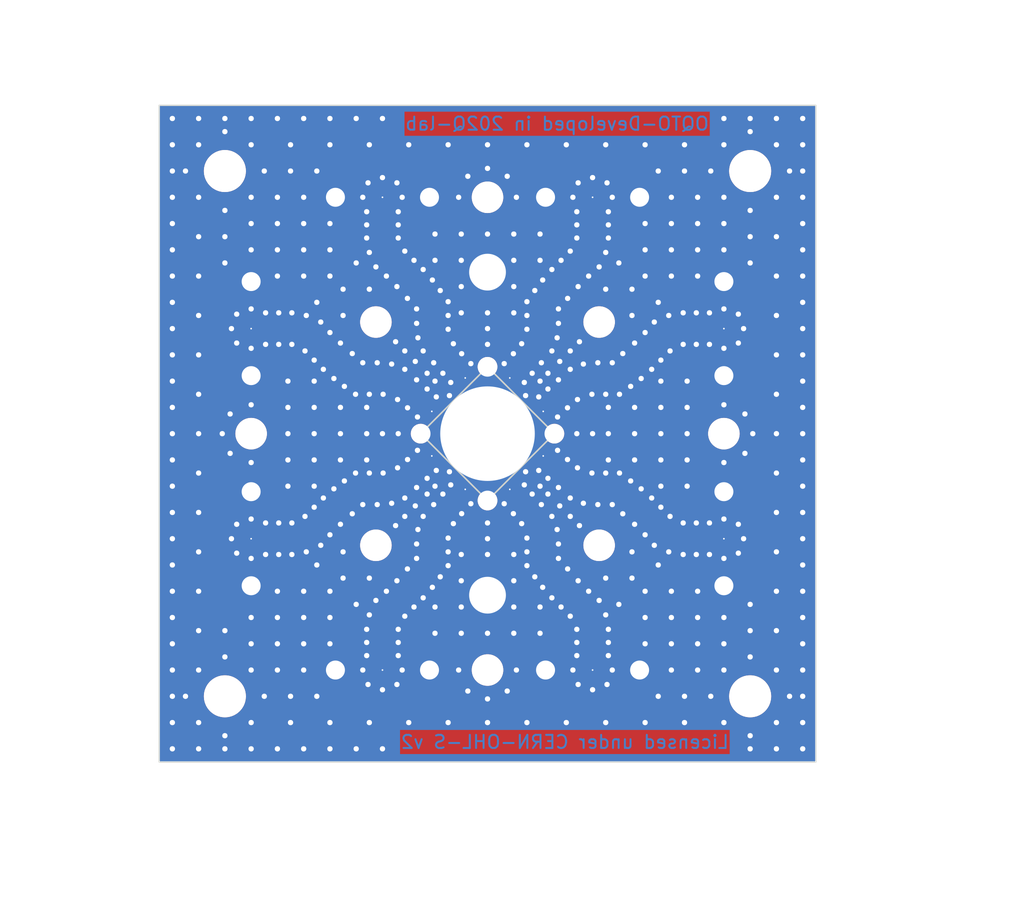
<source format=kicad_pcb>
(kicad_pcb (version 20211014) (generator pcbnew)
  (layers (0 "F.Cu" signal) (1 "In1.Cu" signal) (2 "In2.Cu" signal) (31 "B.Cu" signal) (34 "B.Paste" user) (35 "F.Paste" user) (36 "B.SilkS" user "B.Silkscreen") (37 "F.SilkS" user "F.Silkscreen") (38 "B.Mask" user) (39 "F.Mask" user) (44 "Edge.Cuts" user))
  (net 0 "")
  (net 1 "GND")
  (net 2 "unconnected-(U1-Pad1)")
  (net 3 "unconnected-(U1-Pad2)")
  (net 4 "unconnected-(U1-Pad3)")
  (net 5 "unconnected-(U1-Pad4)")
  (net 6 "unconnected-(U1-Pad5)")
  (net 7 "unconnected-(U1-Pad6)")
  (net 8 "unconnected-(U1-Pad7)")
  (net 9 "unconnected-(U1-Pad8)")
  (footprint "MountingHole:MountingHole_3.2mm_M3" (layer "F.Cu") (at -20 20)
    (fp_text reference "REF**" hide)
    (fp_text value "MountingHole_3.2mm_M3")
  )
  (footprint "QT:SH-Ridge-Hole" (layer "F.Cu") (at 0 12.3)
    (fp_text reference "REF**" hide)
    (fp_text value "SH-Ridge-Hole" hide)
  )
  (footprint "MountingHole:MountingHole_3.2mm_M3" (layer "F.Cu") (at 20 20)
    (fp_text reference "REF**" hide)
    (fp_text value "MountingHole_3.2mm_M3")
  )
  (footprint "QT:M2_clerance" (layer "F.Cu") (at -18 0)
    (fp_text reference "REF**" hide)
    (fp_text value "M2_clerance")
  )
  (footprint "QT:M2_clerance" (layer "F.Cu") (at 18 0)
    (fp_text reference "REF**" hide)
    (fp_text value "M2_clerance")
  )
  (footprint "QT:M2_clerance" (layer "F.Cu") (at -8.5 8.5)
    (fp_text reference "REF**" hide)
    (fp_text value "M2_clerance")
  )
  (footprint "QT:7x7mm_Chip" (layer "F.Cu") (at 0 0 45)
    (fp_text reference "U1" hide)
    (fp_text value "10x10mm_Chip")
    (fp_rect (start -3.6 -3.6) (end 3.6 3.6) (layer "Edge.Cuts") (width 0.12) (fill none))
  )
  (footprint "MountingHole:MountingHole_3.2mm_M3" (layer "F.Cu") (at -20 -20)
    (fp_text reference "REF**" hide)
    (fp_text value "MountingHole_3.2mm_M3")
  )
  (footprint "QT:M2_clerance" (layer "F.Cu") (at 0 18)
    (fp_text reference "REF**" hide)
    (fp_text value "M2_clerance")
  )
  (footprint "QT:SV Microwave 2921-40049-1S" (layer "F.Cu") (at -18 8 180)
    (fp_text reference "J6" hide)
    (fp_text value "Conn_Coaxial")
  )
  (footprint "QT:M2_clerance" (layer "F.Cu") (at -8.5 -8.5)
    (fp_text reference "REF**" hide)
    (fp_text value "M2_clerance")
  )
  (footprint "MountingHole:MountingHole_3.2mm_M3" (layer "F.Cu") (at 20 -20)
    (fp_text reference "REF**" hide)
    (fp_text value "MountingHole_3.2mm_M3")
  )
  (footprint "QT:SV Microwave 2921-40049-1S" (layer "F.Cu") (at 18 -8 180)
    (fp_text reference "J1" hide)
    (fp_text value "Conn_Coaxial")
  )
  (footprint "QT:SV Microwave 2921-40049-1S" (layer "F.Cu") (at -8 18 90)
    (fp_text reference "J3" hide)
    (fp_text value "Conn_Coaxial")
  )
  (footprint "QT:M2_clerance" (layer "F.Cu") (at 8.5 8.5)
    (fp_text reference "REF**" hide)
    (fp_text value "M2_clerance")
  )
  (footprint "QT:SV Microwave 2921-40049-1S" (layer "F.Cu") (at 8 -18 90)
    (fp_text reference "J8" hide)
    (fp_text value "Conn_Coaxial")
  )
  (footprint "QT:SH-Ridge-Hole" (layer "F.Cu") (at 0 -12.3)
    (fp_text reference "REF**" hide)
    (fp_text value "SH-Ridge-Hole" hide)
  )
  (footprint "QT:SV Microwave 2921-40049-1S" (layer "F.Cu") (at 8 18 -90)
    (fp_text reference "J2" hide)
    (fp_text value "Conn_Coaxial")
  )
  (footprint "QT:M2_clerance" (layer "F.Cu") (at 0 -18)
    (fp_text reference "REF**" hide)
    (fp_text value "M2_clerance")
  )
  (footprint "QT:SV Microwave 2921-40049-1S" (layer "F.Cu") (at -18 -8 180)
    (fp_text reference "J5" hide)
    (fp_text value "Conn_Coaxial")
  )
  (footprint "QT:M2_clerance" (layer "F.Cu") (at 8.5 -8.5)
    (fp_text reference "REF**" hide)
    (fp_text value "M2_clerance")
  )
  (footprint "QT:SV Microwave 2921-40049-1S" (layer "F.Cu") (at 18 8)
    (fp_text reference "J4" hide)
    (fp_text value "Conn_Coaxial")
  )
  (footprint "QT:SV Microwave 2921-40049-1S" (layer "F.Cu") (at -8 -18 -90)
    (fp_text reference "J7" hide)
    (fp_text value "Conn_Coaxial")
  )
  (gr_rect (start 25 25) (end -25 -25) (layer "Edge.Cuts") (width 0.1) (fill none))
  (gr_text "OQTO-Developed in 202Q-lab" (at 5.3 -23.6) (layer "B.Cu") (effects (font (size 1 1)) (justify mirror)))
  (gr_text "Licensed under CERN-OHL-S v2" (at 5.89 23.48) (layer "B.Cu") (effects (font (size 1 1)) (justify mirror)))
  (via (at 4 4) (size 0.6) (drill 0.402) (layers "F.Cu" "B.Cu") (net 1))
  (via (at 24 20) (size 0.6) (drill 0.402) (layers "F.Cu" "B.Cu") (net 1))
  (via (at -10.9 -3.6) (size 0.6) (drill 0.402) (layers "F.Cu" "B.Cu") (net 1))
  (via (at -7.7 12) (size 0.6) (drill 0.402) (layers "F.Cu" "B.Cu") (net 1))
  (via (at 19.1 6.9) (size 0.6) (drill 0.402) (layers "F.Cu" "B.Cu") (net 1))
  (via (at -18 -16) (size 0.6) (drill 0.402) (layers "F.Cu" "B.Cu") (net 1))
  (via (at 22 9) (size 0.6) (drill 0.402) (layers "F.Cu" "B.Cu") (net 1))
  (via (at 3 -22) (size 0.6) (drill 0.402) (layers "F.Cu" "B.Cu") (net 1))
  (via (at -4.9 12.5) (size 0.6) (drill 0.402) (layers "F.Cu" "B.Cu") (net 1))
  (via (at -8.4 -5.4) (size 0.6) (drill 0.402) (layers "F.Cu" "B.Cu") (net 1))
  (via (at 13.2 -2) (size 0.6) (drill 0.402) (layers "F.Cu" "B.Cu") (net 1))
  (via (at -9 -11) (size 0.6) (drill 0.402) (layers "F.Cu" "B.Cu") (net 1))
  (via (at -23 -20) (size 0.6) (drill 0.402) (layers "F.Cu" "B.Cu") (net 1))
  (via (at 2.6 -6.85) (size 0.6) (drill 0.402) (layers "F.Cu" "B.Cu") (net 1))
  (via (at 24 4) (size 0.6) (drill 0.402) (layers "F.Cu" "B.Cu") (net 1))
  (via (at -20 -17) (size 0.6) (drill 0.402) (layers "F.Cu" "B.Cu") (net 1))
  (via (at 2.2 -18) (size 0.6) (drill 0.402) (layers "F.Cu" "B.Cu") (net 1))
  (via (at -18 -14) (size 0.6) (drill 0.402) (layers "F.Cu" "B.Cu") (net 1))
  (via (at 16 -18) (size 0.6) (drill 0.402) (layers "F.Cu" "B.Cu") (net 1))
  (via (at -3 9) (size 0.6) (drill 0.402) (layers "F.Cu" "B.Cu") (net 1))
  (via (at 4 13.2) (size 0.6) (drill 0.402) (layers "F.Cu" "B.Cu") (net 1))
  (via (at 12 -12) (size 0.6) (drill 0.402) (layers "F.Cu" "B.Cu") (net 1))
  (via (at -13.2 -5.6) (size 0.6) (drill 0.402) (layers "F.Cu" "B.Cu") (net 1))
  (via (at -13 -10) (size 0.6) (drill 0.402) (layers "F.Cu" "B.Cu") (net 1))
  (via (at 14 18) (size 0.6) (drill 0.402) (layers "F.Cu" "B.Cu") (net 1))
  (via (at 8 -19.5) (size 0.6) (drill 0.402) (layers "F.Cu" "B.Cu") (net 1))
  (via (at 20 -13) (size 0.6) (drill 0.402) (layers "F.Cu" "B.Cu") (net 1))
  (via (at -12 -22) (size 0.6) (drill 0.402) (layers "F.Cu" "B.Cu") (net 1))
  (via (at 10.3 -6.1) (size 0.6) (drill 0.402) (layers "F.Cu" "B.Cu") (net 1))
  (via (at -4.9 -6.3) (size 0.6) (drill 0.402) (layers "F.Cu" "B.Cu") (net 1))
  (via (at 24 8) (size 0.6) (drill 0.402) (layers "F.Cu" "B.Cu") (net 1))
  (via (at 9 3) (size 0.6) (drill 0.402) (layers "F.Cu" "B.Cu") (net 1))
  (via (at 24 22) (size 0.6) (drill 0.402) (layers "F.Cu" "B.Cu") (net 1))
  (via (at 22 -24) (size 0.6) (drill 0.402) (layers "F.Cu" "B.Cu") (net 1))
  (via (at 13 20) (size 0.6) (drill 0.402) (layers "F.Cu" "B.Cu") (net 1))
  (via (at -6 22) (size 0.6) (drill 0.402) (layers "F.Cu" "B.Cu") (net 1))
  (via (at 4 15.2) (size 0.6) (drill 0.402) (layers "F.Cu" "B.Cu") (net 1))
  (via (at 0 -22) (size 0.6) (drill 0.402) (layers "F.Cu" "B.Cu") (net 1))
  (via (at 15 22) (size 0.6) (drill 0.402) (layers "F.Cu" "B.Cu") (net 1))
  (via (at -22 -6) (size 0.6) (drill 0.402) (layers "F.Cu" "B.Cu") (net 1))
  (via (at -11 11) (size 0.6) (drill 0.402) (layers "F.Cu" "B.Cu") (net 1))
  (via (at 4.9 12.5) (size 0.6) (drill 0.402) (layers "F.Cu" "B.Cu") (net 1))
  (via (at -2 11.2) (size 0.6) (drill 0.402) (layers "F.Cu" "B.Cu") (net 1))
  (via (at -6.8 15.9) (size 0.6) (drill 0.402) (layers "F.Cu" "B.Cu") (net 1))
  (via (at 0 22) (size 0.6) (drill 0.402) (layers "F.Cu" "B.Cu") (net 1))
  (via (at 24 14) (size 0.6) (drill 0.402) (layers "F.Cu" "B.Cu") (net 1))
  (via (at 22 -18) (size 0.6) (drill 0.402) (layers "F.Cu" "B.Cu") (net 1))
  (via (at 3 -9) (size 0.6) (drill 0.402) (layers "F.Cu" "B.Cu") (net 1))
  (via (at 18 -2.2) (size 0.6) (drill 0.402) (layers "F.Cu" "B.Cu") (net 1))
  (via (at -2.9 2.9) (size 0.6) (drill 0.402) (layers "F.Cu" "B.Cu") (net 1))
  (via (at 6.3 6.3) (size 0.6) (drill 0.402) (layers "F.Cu" "B.Cu") (net 1))
  (via (at 9.201 -16.9) (size 0.6) (drill 0.402) (layers "F.Cu" "B.Cu") (net 1))
  (via (at 4 -4) (size 0.6) (drill 0.402) (layers "F.Cu" "B.Cu") (net 1))
  (via (at -3.6 -10.9) (size 0.6) (drill 0.402) (layers "F.Cu" "B.Cu") (net 1))
  (via (at -2.6 -6.85) (size 0.6) (drill 0.402) (layers "F.Cu" "B.Cu") (net 1))
  (via (at 22 -6) (size 0.6) (drill 0.402) (layers "F.Cu" "B.Cu") (net 1))
  (via (at 6.09 -1.97) (size 0.6) (drill 0.402) (layers "F.Cu" "B.Cu") (net 1))
  (via (at 5.4 -9.5) (size 0.6) (drill 0.402) (layers "F.Cu" "B.Cu") (net 1))
  (via (at 0 -20.2) (size 0.6) (drill 0.402) (layers "F.Cu" "B.Cu") (net 1))
  (via (at -20 -23) (size 0.6) (drill 0.402) (layers "F.Cu" "B.Cu") (net 1))
  (via (at -22 22) (size 0.6) (drill 0.402) (layers "F.Cu" "B.Cu") (net 1))
  (via (at -14 18) (size 0.6) (drill 0.402) (layers "F.Cu" "B.Cu") (net 1))
  (via (at 24 12) (size 0.6) (drill 0.402) (layers "F.Cu" "B.Cu") (net 1))
  (via (at 24 -20) (size 0.6) (drill 0.402) (layers "F.Cu" "B.Cu") (net 1))
  (via (at 14 -18) (size 0.6) (drill 0.402) (layers "F.Cu" "B.Cu") (net 1))
  (via (at -4.1 -5.4) (size 0.6) (drill 0.402) (layers "F.Cu" "B.Cu") (net 1))
  (via (at -2 -9.2) (size 0.6) (drill 0.402) (layers "F.Cu" "B.Cu") (net 1))
  (via (at -4.6 -3.4) (size 0.6) (drill 0.402) (layers "F.Cu" "B.Cu") (net 1))
  (via (at -14 12) (size 0.6) (drill 0.402) (layers "F.Cu" "B.Cu") (net 1))
  (via (at 1.27 5.334) (size 0.6) (drill 0.402) (layers "F.Cu" "B.Cu") (net 1))
  (via (at 6.799 -16.9) (size 0.6) (drill 0.402) (layers "F.Cu" "B.Cu") (net 1))
  (via (at -9.5 -5.4) (size 0.6) (drill 0.402) (layers "F.Cu" "B.Cu") (net 1))
  (via (at 8 19.5) (size 0.6) (drill 0.402) (layers "F.Cu" "B.Cu") (net 1))
  (via (at -13.2 4) (size 0.6) (drill 0.402) (layers "F.Cu" "B.Cu") (net 1))
  (via (at -2.8 -3.9) (size 0.6) (drill 0.402) (layers "F.Cu" "B.Cu") (net 1))
  (via (at -4 15.2) (size 0.6) (drill 0.402) (layers "F.Cu" "B.Cu") (net 1))
  (via (at -11.2 0) (size 0.6) (drill 0.402) (layers "F.Cu" "B.Cu") (net 1))
  (via (at 15.2 -4) (size 0.6) (drill 0.402) (layers "F.Cu" "B.Cu") (net 1))
  (via (at -16 -24) (size 0.6) (drill 0.402) (layers "F.Cu" "B.Cu") (net 1))
  (via (at 13.9 6.3) (size 0.6) (drill 0.402) (layers "F.Cu" "B.Cu") (net 1))
  (via (at 6.3 4.9) (size 0.6) (drill 0.402) (layers "F.Cu" "B.Cu") (net 1))
  (via (at 12 -7.7) (size 0.6) (drill 0.402) (layers "F.Cu" "B.Cu") (net 1))
  (via (at 1.97 6.09) (size 0.6) (drill 0.402) (layers "F.Cu" "B.Cu") (net 1))
  (via (at -6.3 6.3) (size 0.6) (drill 0.402) (layers "F.Cu" "B.Cu") (net 1))
  (via (at 23 -20) (size 0.6) (drill 0.402) (layers "F.Cu" "B.Cu") (net 1))
  (via (at 16.9 -6.799) (size 0.6) (drill 0.402) (layers "F.Cu" "B.Cu") (net 1))
  (via (at 2 -9.2) (size 0.6) (drill 0.402) (layers "F.Cu" "B.Cu") (net 1))
  (via (at 24 -24) (size 0.6) (drill 0.402) (layers "F.Cu" "B.Cu") (net 1))
  (via (at 0 -15.2) (size 0.6) (drill 0.402) (layers "F.Cu" "B.Cu") (net 1))
  (via (at 18 -16) (size 0.6) (drill 0.402) (layers "F.Cu" "B.Cu") (net 1))
  (via (at 15.2 4) (size 0.6) (drill 0.402) (layers "F.Cu" "B.Cu") (net 1))
  (via (at -24 20) (size 0.6) (drill 0.402) (layers "F.Cu" "B.Cu") (net 1))
  (via (at -5.4 -4.1) (size 0.6) (drill 0.402) (layers "F.Cu" "B.Cu") (net 1))
  (via (at -6.3 -13.9) (size 0.6) (drill 0.402) (layers "F.Cu" "B.Cu") (net 1))
  (via (at -19.1 6.9) (size 0.6) (drill 0.402) (layers "F.Cu" "B.Cu") (net 1))
  (via (at -6.9 19.1) (size 0.6) (drill 0.402) (layers "F.Cu" "B.Cu") (net 1))
  (via (at -6.8 14.9) (size 0.6) (drill 0.402) (layers "F.Cu" "B.Cu") (net 1))
  (via (at 18 -6.5) (size 0.6) (drill 0.402) (layers "F.Cu" "B.Cu") (net 1))
  (via (at -14 -24) (size 0.6) (drill 0.402) (layers "F.Cu" "B.Cu") (net 1))
  (via (at -14.9 -9.202) (size 0.6) (drill 0.402) (layers "F.Cu" "B.Cu") (net 1))
  (via (at -14.9 9.202) (size 0.6) (drill 0.402) (layers "F.Cu" "B.Cu") (net 1))
  (via (at -15.2 2) (size 0.6) (drill 0.402) (layers "F.Cu" "B.Cu") (net 1))
  (via (at 20 23) (size 0.6) (drill 0.402) (layers "F.Cu" "B.Cu") (net 1))
  (via (at -7 -7) (size 0.6) (drill 0.402) (layers "F.Cu" "B.Cu") (net 1))
  (via (at -2.2 18) (size 0.6) (drill 0.402) (layers "F.Cu" "B.Cu") (net 1))
  (via (at 10.9 3.6) (size 0.6) (drill 0.402) (layers "F.Cu" "B.Cu") (net 1))
  (via (at -13 10) (size 0.6) (drill 0.402) (layers "F.Cu" "B.Cu") (net 1))
  (via (at -14 -12) (size 0.6) (drill 0.402) (layers "F.Cu" "B.Cu") (net 1))
  (via (at 3 10.05) (size 0.6) (drill 0.402) (layers "F.Cu" "B.Cu") (net 1))
  (via (at -13.9 -6.3) (size 0.6) (drill 0.402) (layers "F.Cu" "B.Cu") (net 1))
  (via (at -14.9 6.8) (size 0.6) (drill 0.402) (layers "F.Cu" "B.Cu") (net 1))
  (via (at -2 -15.2) (size 0.6) (drill 0.402) (layers "F.Cu" "B.Cu") (net 1))
  (via (at -9.2 2) (size 0.6) (drill 0.402) (layers "F.Cu" "B.Cu") (net 1))
  (via (at -6.09 -1.97) (size 0.6) (drill 0.402) (layers "F.Cu" "B.Cu") (net 1))
  (via (at -15 -20) (size 0.6) (drill 0.402) (layers "F.Cu" "B.Cu") (net 1))
  (via (at -24 -20) (size 0.6) (drill 0.402) (layers "F.Cu" "B.Cu") (net 1))
  (via (at 12.7 8.5) (size 0.6) (drill 0.402) (layers "F.Cu" "B.Cu") (net 1))
  (via (at 7 -7) (size 0.6) (drill 0.402) (layers "F.Cu" "B.Cu") (net 1))
  (via (at -6.3 13.9) (size 0.6) (drill 0.402) (layers "F.Cu" "B.Cu") (net 1))
  (via (at 10.3 6.1) (size 0.6) (drill 0.402) (layers "F.Cu" "B.Cu") (net 1))
  (via (at 22 18) (size 0.6) (drill 0.402) (layers "F.Cu" "B.Cu") (net 1))
  (via (at 15.2 -2) (size 0.6) (drill 0.402) (layers "F.Cu" "B.Cu") (net 1))
  (via (at 0 -8) (size 0.6) (drill 0.402) (layers "F.Cu" "B.Cu") (net 1))
  (via (at -14 -16) (size 0.6) (drill 0.402) (layers "F.Cu" "B.Cu") (net 1))
  (via (at 12 -14) (size 0.6) (drill 0.402) (layers "F.Cu" "B.Cu") (net 1))
  (via (at -8 19.5) (size 0.6) (drill 0.402) (layers "F.Cu" "B.Cu") (net 1))
  (via (at -15 -22) (size 0.6) (drill 0.402) (layers "F.Cu" "B.Cu") (net 1))
  (via (at 9 -13.8) (size 0.6) (drill 0.402) (layers "F.Cu" "B.Cu") (net 1))
  (via (at -18 -24) (size 0.6) (drill 0.402) (layers "F.Cu" "B.Cu") (net 1))
  (via (at 24 0) (size 0.6) (drill 0.402) (layers "F.Cu" "B.Cu") (net 1))
  (via (at 20 13) (size 0.6) (drill 0.402) (layers "F.Cu" "B.Cu") (net 1))
  (via (at 14.9 -9.202) (size 0.6) (drill 0.402) (layers "F.Cu" "B.Cu") (net 1))
  (via (at 6.8 -15.9) (size 0.6) (drill 0.402) (layers "F.Cu" "B.Cu") (net 1))
  (via (at 16 12) (size 0.6) (drill 0.402) (layers "F.Cu" "B.Cu") (net 1))
  (via (at 9 11) (size 0.6) (drill 0.402) (layers "F.Cu" "B.Cu") (net 1))
  (via (at -12 24) (size 0.6) (drill 0.402) (layers "F.Cu" "B.Cu") (net 1))
  (via (at -16.9 6.799) (size 0.6) (drill 0.402) (layers "F.Cu" "B.Cu") (net 1))
  (via (at 19.1 9.1) (size 0.6) (drill 0.402) (layers "F.Cu" "B.Cu") (net 1))
  (via (at -4 -13.2) (size 0.6) (drill 0.402) (layers "F.Cu" "B.Cu") (net 1))
  (via (at -15 22) (size 0.6) (drill 0.402) (layers "F.Cu" "B.Cu") (net 1))
  (via (at -9.1 -19.1) (size 0.6) (drill 0.402) (layers "F.Cu" "B.Cu") (net 1))
  (via (at -22 18) (size 0.6) (drill 0.402) (layers "F.Cu" "B.Cu") (net 1))
  (via (at -12 7.7) (size 0.6) (drill 0.402) (layers "F.Cu" "B.Cu") (net 1))
  (via (at -15.2 -2) (size 0.6) (drill 0.402) (layers "F.Cu" "B.Cu") (net 1))
  (via (at -22 -12) (size 0.6) (drill 0.402) (layers "F.Cu" "B.Cu") (net 1))
  (via (at -18 -9.5) (size 0.6) (drill 0.402) (layers "F.Cu" "B.Cu") (net 1))
  (via (at -19.1 -9.1) (size 0.6) (drill 0.402) (layers "F.Cu" "B.Cu") (net 1))
  (via (at -13.2 0) (size 0.6) (drill 0.402) (layers "F.Cu" "B.Cu") (net 1))
  (via (at -8 24) (size 0.6) (drill 0.402) (layers "F.Cu" "B.Cu") (net 1))
  (via (at 5.334 -1.27) (size 0.6) (drill 0.402) (layers "F.Cu" "B.Cu") (net 1))
  (via (at 11 -9) (size 0.6) (drill 0.402) (layers "F.Cu" "B.Cu") (net 1))
  (via (at 12 7.7) (size 0.6) (drill 0.402) (layers "F.Cu" "B.Cu") (net 1))
  (via (at -9.5 18) (size 0.6) (drill 0.402) (layers "F.Cu" "B.Cu") (net 1))
  (via (at 22 12) (size 0.6) (drill 0.402) (layers "F.Cu" "B.Cu") (net 1))
  (via (at -14 16) (size 0.6) (drill 0.402) (layers "F.Cu" "B.Cu") (net 1))
  (via (at -2.9 -2.9) (size 0.6) (drill 0.402) (layers "F.Cu" "B.Cu") (net 1))
  (via (at -19.1 9.1) (size 0.6) (drill 0.402) (layers "F.Cu" "B.Cu") (net 1))
  (via (at 7.7 -12) (size 0.6) (drill 0.402) (layers "F.Cu" "B.Cu") (net 1))
  (via (at -10.3 6.1) (size 0.6) (drill 0.402) (layers "F.Cu" "B.Cu") (net 1))
  (via (at 0 8) (size 0.6) (drill 0.402) (layers "F.Cu" "B.Cu") (net 1))
  (via (at -12 -16) (size 0.6) (drill 0.402) (layers "F.Cu" "B.Cu") (net 1))
  (via (at -24 0) (size 0.6) (drill 0.402) (layers "F.Cu" "B.Cu") (net 1))
  (via (at -12 -24) (size 0.6) (drill 0.402) (layers "F.Cu" "B.Cu") (net 1))
  (via (at 0 -6.8) (size 0.6) (drill 0.402) (layers "F.Cu" "B.Cu") (net 1))
  (via (at 19.1 -6.9) (size 0.6) (drill 0.402) (layers "F.Cu" "B.Cu") (net 1))
  (via (at -2 15.2) (size 0.6) (drill 0.402) (layers "F.Cu" "B.Cu") (net 1))
  (via (at -4.2 11.7) (size 0.6) (drill 0.402) (layers "F.Cu" "B.Cu") (net 1))
  (via (at 6.3 -13.9) (size 0.6) (drill 0.402) (layers "F.Cu" "B.Cu") (net 1))
  (via (at -20 -13) (size 0.6) (drill 0.402) (layers "F.Cu" "B.Cu") (net 1))
  (via (at -11 9) (size 0.6) (drill 0.402) (layers "F.Cu" "B.Cu") (net 1))
  (via (at 18 2.2) (size 0.6) (drill 0.402) (layers "F.Cu" "B.Cu") (net 1))
  (via (at 11 -11) (size 0.6) (drill 0.402) (layers "F.Cu" "B.Cu") (net 1))
  (via (at 6.8 0) (size 0.6) (drill 0.402) (layers "F.Cu" "B.Cu") (net 1))
  (via (at -22 3) (size 0.6) (drill 0.402) (layers "F.Cu" "B.Cu") (net 1))
  (via (at -5.4 4.1) (size 0.6) (drill 0.402) (layers "F.Cu" "B.Cu") (net 1))
  (via (at 24 2) (size 0.6) (drill 0.402) (layers "F.Cu" "B.Cu") (net 1))
  (via (at 22 22) (size 0.6) (drill 0.402) (layers "F.Cu" "B.Cu") (net 1))
  (via (at 2.6 6.85) (size 0.6) (drill 0.402) (layers "F.Cu" "B.Cu") (net 1))
  (via (at -24 2) (size 0.6) (drill 0.402) (layers "F.Cu" "B.Cu") (net 1))
  (via (at -3 -10.05) (size 0.6) (drill 0.402) (layers "F.Cu" "B.Cu") (net 1))
  (via (at 11.2 0) (size 0.6) (drill 0.402) (layers "F.Cu" "B.Cu") (net 1))
  (via (at -24 24) (size 0.6) (drill 0.402) (layers "F.Cu" "B.Cu") (net 1))
  (via (at -19.6 1.5) (size 0.6) (drill 0.402) (layers "F.Cu" "B.Cu") (net 1))
  (via (at 14.9 6.8) (size 0.6) (drill 0.402) (layers "F.Cu" "B.Cu") (net 1))
  (via (at 5.3 7.3) (size 0.6) (drill 0.402) (layers "F.Cu" "B.Cu") (net 1))
  (via (at 3 9) (size 0.6) (drill 0.402) (layers "F.Cu" "B.Cu") (net 1))
  (via (at -9.1 19.1) (size 0.6) (drill 0.402) (layers "F.Cu" "B.Cu") (net 1))
  (via (at -5.4 -8.4) (size 0.6) (drill 0.402) (layers "F.Cu" "B.Cu") (net 1))
  (via (at 24 -14) (size 0.6) (drill 0.402) (layers "F.Cu" "B.Cu") (net 1))
  (via (at 14 16) (size 0.6) (drill 0.402) (layers "F.Cu" "B.Cu") (net 1))
  (via (at 0 20.2) (size 0.6) (drill 0.402) (layers "F.Cu" "B.Cu") (net 1))
  (via (at -23 20) (size 0.6) (drill 0.402) (layers "F.Cu" "B.Cu") (net 1))
  (via (at 18 14) (size 0.6) (drill 0.402) (layers "F.Cu" "B.Cu") (net 1))
  (via (at 1.5 19.6) (size 0.6) (drill 0.402) (layers "F.Cu" "B.Cu") (net 1))
  (via (at 15 -22) (size 0.6) (drill 0.402) (layers "F.Cu" "B.Cu") (net 1))
  (via (at 13.8 9) (size 0.6) (drill 0.402) (layers "F.Cu" "B.Cu") (net 1))
  (via (at 20.2 0) (size 0.6) (drill 0.402) (layers "F.Cu" "B.Cu") (net 1))
  (via (at -13 -20) (size 0.6) (drill 0.402) (layers "F.Cu" "B.Cu") (net 1))
  (via (at 16 -14) (size 0.6) (drill 0.402) (layers "F.Cu" "B.Cu") (net 1))
  (via (at -14 14) (size 0.6) (drill 0.402) (layers "F.Cu" "B.Cu") (net 1))
  (via (at 8.5 12.7) (size 0.6) (drill 0.402) (layers "F.Cu" "B.Cu") (net 1))
  (via (at -16 24) (size 0.6) (drill 0.402) (layers "F.Cu" "B.Cu") (net 1))
  (via (at 18 9.5) (size 0.6) (drill 0.402) (layers "F.Cu" "B.Cu") (net 1))
  (via (at 5.4 4.1) (size 0.6) (drill 0.402) (layers "F.Cu" "B.Cu") (net 1))
  (via (at 23 20) (size 0.6) (drill 0.402) (layers "F.Cu" "B.Cu") (net 1))
  (via (at 16 16) (size 0.6) (drill 0.402) (layers "F.Cu" "B.Cu") (net 1))
  (via (at -5.3 -7.3) (size 0.6) (drill 0.402) (layers "F.Cu" "B.Cu") (net 1))
  (via (at 4 -13.2) (size 0.6) (drill 0.402) (layers "F.Cu" "B.Cu") (net 1))
  (via (at -15.2 0) (size 0.6) (drill 0.402) (layers "F.Cu" "B.Cu") (net 1))
  (via (at 5.4 9.5) (size 0.6) (drill 0.402) (layers "F.Cu" "B.Cu") (net 1))
  (via (at -10.9 3.6) (size 0.6) (drill 0.402) (layers "F.Cu" "B.Cu") (net 1))
  (via (at 2.8 -3.9) (size 0.6) (drill 0.402) (layers "F.Cu" "B.Cu") (net 1))
  (via (at 6.8 -14.9) (size 0.6) (drill 0.402) (layers "F.Cu" "B.Cu") (net 1))
  (via (at 24 -8) (size 0.6) (drill 0.402) (layers "F.Cu" "B.Cu") (net 1))
  (via (at -7.95 3) (size 0.6) (drill 0.402) (layers "F.Cu" "B.Cu") (net 1))
  (via (at -2 -11.2) (size 0.6) (drill 0.402) (layers "F.Cu" "B.Cu") (net 1))
  (via (at -3 -22) (size 0.6) (drill 0.402) (layers "F.Cu" "B.Cu") (net 1))
  (via (at -16.9 -9.201) (size 0.6) (drill 0.402) (layers "F.Cu" "B.Cu") (net 1))
  (via (at -18 6.5) (size 0.6) (drill 0.402) (layers "F.Cu" "B.Cu") (net 1))
  (via (at 12.7 -8.5) (size 0.6) (drill 0.402) (layers "F.Cu" "B.Cu") (net 1))
  (via (at 9.2 2) (size 0.6) (drill 0.402) (layers "F.Cu" "B.Cu") (net 1))
  (via (at -18 -2.2) (size 0.6) (drill 0.402) (layers "F.Cu" "B.Cu") (net 1))
  (via (at -9.201 -16.9) (size 0.6) (drill 0.402) (layers "F.Cu" "B.Cu") (net 1))
  (via (at 9 -22) (size 0.6) (drill 0.402) (layers "F.Cu" "B.Cu") (net 1))
  (via (at -6.799 16.9) (size 0.6) (drill 0.402) (layers "F.Cu" "B.Cu") (net 1))
  (via (at -6.9 -11.2) (size 0.6) (drill 0.402) (layers "F.Cu" "B.Cu") (net 1))
  (via (at 11.7 4.2) (size 0.6) (drill 0.402) (layers "F.Cu" "B.Cu") (net 1))
  (via (at -7 7) (size 0.6) (drill 0.402) (layers "F.Cu" "B.Cu") (net 1))
  (via (at -16 -12) (size 0.6) (drill 0.402) (layers "F.Cu" "B.Cu") (net 1))
  (via (at 12 12) (size 0.6) (drill 0.402) (layers "F.Cu" "B.Cu") (net 1))
  (via (at 8.4 5.4) (size 0.6) (drill 0.402) (layers "F.Cu" "B.Cu") (net 1))
  (via (at -9 11) (size 0.6) (drill 0.402) (layers "F.Cu" "B.Cu") (net 1))
  (via (at -24 -16) (size 0.6) (drill 0.402) (layers "F.Cu" "B.Cu") (net 1))
  (via (at 2 9.2) (size 0.6) (drill 0.402) (layers "F.Cu" "B.Cu") (net 1))
  (via (at 9.5 -18) (size 0.6) (drill 0.402) (layers "F.Cu" "B.Cu") (net 1))
  (via (at -18 2.2) (size 0.6) (drill 0.402) (layers "F.Cu" "B.Cu") (net 1))
  (via (at -4.9 6.3) (size 0.6) (drill 0.402) (layers "F.Cu" "B.Cu") (net 1))
  (via (at -6.85 2.6) (size 0.6) (drill 0.402) (layers "F.Cu" "B.Cu") (net 1))
  (via (at -2 9.2) (size 0.6) (drill 0.402) (layers "F.Cu" "B.Cu") (net 1))
  (via (at 20 24) (size 0.6) (drill 0.402) (layers "F.Cu" "B.Cu") (net 1))
  (via (at 18 16) (size 0.6) (drill 0.402) (layers "F.Cu" "B.Cu") (net 1))
  (via (at 14 -16) (size 0.6) (drill 0.402) (layers "F.Cu" "B.Cu") (net 1))
  (via (at -3 -9) (size 0.6) (drill 0.402) (layers "F.Cu" "B.Cu") (net 1))
  (via (at -9.202 -15.9) (size 0.6) (drill 0.402) (layers "F.Cu" "B.Cu") (net 1))
  (via (at -13.2 5.6) (size 0.6) (drill 0.402) (layers "F.Cu" "B.Cu") (net 1))
  (via (at 3.9 -2.8) (size 0.6) (drill 0.402) (layers "F.Cu" "B.Cu") (net 1))
  (via (at 2.2 18) (size 0.6) (drill 0.402) (layers "F.Cu" "B.Cu") (net 1))
  (via (at -1.5 19.6) (size 0.6) (drill 0.402) (layers "F.Cu" "B.Cu") (net 1))
  (via (at 19.5 8) (size 0.6) (drill 0.402) (layers "F.Cu" "B.Cu") (net 1))
  (via (at -3.4 -4.6) (size 0.6) (drill 0.402) (layers "F.Cu" "B.Cu") (net 1))
  (via (at 13.2 5.6) (size 0.6) (drill 0.402) (layers "F.Cu" "B.Cu") (net 1))
  (via (at -10 24) (size 0.6) (drill 0.402) (layers "F.Cu" "B.Cu") (net 1))
  (via (at 2 11.2) (size 0.6) (drill 0.402) (layers "F.Cu" "B.Cu") (net 1))
  (via (at -10.3 -6.1) (size 0.6) (drill 0.402) (layers "F.Cu" "B.Cu") (net 1))
  (via (at -3.9 2.8) (size 0.6) (drill 0.402) (layers "F.Cu" "B.Cu") (net 1))
  (via (at -10 -24) (size 0.6) (drill 0.402) (layers "F.Cu" "B.Cu") (net 1))
  (via (at 20 17) (size 0.6) (drill 0.402) (layers "F.Cu" "B.Cu") (net 1))
  (via (at -12.5 4.9) (size 0.6) (drill 0.402) (layers "F.Cu" "B.Cu") (net 1))
  (via (at -6.3 4.9) (size 0.6) (drill 0.402) (layers "F.Cu" "B.Cu") (net 1))
  (via (at -6 -22) (size 0.6) (drill 0.402) (layers "F.Cu" "B.Cu") (net 1))
  (via (at -17 -20) (size 0.6) (drill 0.402) (layers "F.Cu" "B.Cu") (net 1))
  (via (at 3 7.95) (size 0.6) (drill 0.402) (layers "F.Cu" "B.Cu") (net 1))
  (via (at -4 -15.2) (size 0.6) (drill 0.402) (layers "F.Cu" "B.Cu") (net 1))
  (via (at -20 24) (size 0.6) (drill 0.402) (layers "F.Cu" "B.Cu") (net 1))
  (via (at -5.4 9.5) (size 0.6) (drill 0.402) (layers "F.Cu" "B.Cu") (net 1))
  (via (at 6 22) (size 0.6) (drill 0.402) (layers "F.Cu" "B.Cu") (net 1))
  (via (at -8 -19.5) (size 0.6) (drill 0.402) (layers "F.Cu" "B.Cu") (net 1))
  (via (at -5.5 -5.5) (size 0.6) (drill 0.402) (layers "F.Cu" "B.Cu") (net 1))
  (via (at 20 -17) (size 0.6) (drill 0.402) (layers "F.Cu" "B.Cu") (net 1))
  (via (at -7.3 -5.3) (size 0.6) (drill 0.402) (layers "F.Cu" "B.Cu") (net 1))
  (via (at -19.1 -6.9) (size 0.6) (drill 0.402) (layers "F.Cu" "B.Cu") (net 1))
  (via (at -11.7 -4.2) (size 0.6) (drill 0.402) (layers "F.Cu" "B.Cu") (net 1))
  (via (at 2 -15.2) (size 0.6) (drill 0.402) (layers "F.Cu" "B.Cu") (net 1))
  (via (at -15.2 4) (size 0.6) (drill 0.402) (layers "F.Cu" "B.Cu") (net 1))
  (via (at 10.05 3) (size 0.6) (drill 0.402) (layers "F.Cu" "B.Cu") (net 1))
  (via (at 16 14) (size 0.6) (drill 0.402) (layers "F.Cu" "B.Cu") (net 1))
  (via (at 9.5 -5.4) (size 0.6) (drill 0.402) (layers "F.Cu" "B.Cu") (net 1))
  (via (at -24 -14) (size 0.6) (drill 0.402) (layers "F.Cu" "B.Cu") (net 1))
  (via (at 3.9 2.8) (size 0.6) (drill 0.402) (layers "F.Cu" "B.Cu") (net 1))
  (via (at -15 20) (size 0.6) (drill 0.402) (layers "F.Cu" "B.Cu") (net 1))
  (via (at 4.6 3.4) (size 0.6) (drill 0.402) (layers "F.Cu" "B.Cu") (net 1))
  (via (at 9.2 -2) (size 0.6) (drill 0.402) (layers "F.Cu" "B.Cu") (net 1))
  (via (at -1.27 -5.334) (size 0.6) (drill 0.402) (layers "F.Cu" "B.Cu") (net 1))
  (via (at -9.5 5.4) (size 0.6) (drill 0.402) (layers "F.Cu" "B.Cu") (net 1))
  (via (at -24 -18) (size 0.6) (drill 0.402) (layers "F.Cu" "B.Cu") (net 1))
  (via (at -7.7 -12) (size 0.6) (drill 0.402) (layers "F.Cu" "B.Cu") (net 1))
  (via (at 11 11) (size 0.6) (drill 0.402) (layers "F.Cu" "B.Cu") (net 1))
  (via (at 5.5 5.5) (size 0.6) (drill 0.402) (layers "F.Cu" "B.Cu") (net 1))
  (via (at 11 9) (size 0.6) (drill 0.402) (layers "F.Cu" "B.Cu") (net 1))
  (via (at 11.2 2) (size 0.6) (drill 0.402) (layers "F.Cu" "B.Cu") (net 1))
  (via (at 12 14) (size 0.6) (drill 0.402) (layers "F.Cu" "B.Cu") (net 1))
  (via (at 10.05 -3) (size 0.6) (drill 0.402) (layers "F.Cu" "B.Cu") (net 1))
  (via (at -16 -14) (size 0.6) (drill 0.402) (layers "F.Cu" "B.Cu") (net 1))
  (via (at 6.3 -6.3) (size 0.6) (drill 0.402) (layers "F.Cu" "B.Cu") (net 1))
  (via (at 0 9.2) (size 0.6) (drill 0.402) (layers "F.Cu" "B.Cu") (net 1))
  (via (at -24 -6) (size 0.6) (drill 0.402) (layers "F.Cu" "B.Cu") (net 1))
  (via (at -13 20) (size 0.6) (drill 0.402) (layers "F.Cu" "B.Cu") (net 1))
  (via (at 18 -18) (size 0.6) (drill 0.402) (layers "F.Cu" "B.Cu") (net 1))
  (via (at 15.2 2) (size 0.6) (drill 0.402) (layers "F.Cu" "B.Cu") (net 1))
  (via (at -1.27 5.334) (size 0.6) (drill 0.402) (layers "F.Cu" "B.Cu") (net 1))
  (via (at 7 7) (size 0.6) (drill 0.402) (layers "F.Cu" "B.Cu") (net 1))
  (via (at 12 16) (size 0.6) (drill 0.402) (layers "F.Cu" "B.Cu") (net 1))
  (via (at -24 8) (size 0.6) (drill 0.402) (layers "F.Cu" "B.Cu") (net 1))
  (via (at 8.4 -5.4) (size 0.6) (drill 0.402) (layers "F.Cu" "B.Cu") (net 1))
  (via (at 3 22) (size 0.6) (drill 0.402) (layers "F.Cu" "B.Cu") (net 1))
  (via (at -20 17) (size 0.6) (drill 0.402) (layers "F.Cu" "B.Cu") (net 1))
  (via (at 16 -16) (size 0.6) (drill 0.402) (layers "F.Cu" "B.Cu") (net 1))
  (via (at 9.202 14.9) (size 0.6) (drill 0.402) (layers "F.Cu" "B.Cu") (net 1))
  (via (at -5.334 1.27) (size 0.6) (drill 0.402) (layers "F.Cu" "B.Cu") (net 1))
  (via (at 6.9 11.2) (size 0.6) (drill 0.402) (layers "F.Cu" "B.Cu") (net 1))
  (via (at 22 24) (size 0.6) (drill 0.402) (layers "F.Cu" "B.Cu") (net 1))
  (via (at 1.27 -5.334) (size 0.6) (drill 0.402) (layers "F.Cu" "B.Cu") (net 1))
  (via (at 10 -13) (size 0.6) (drill 0.402) (layers "F.Cu" "B.Cu") (net 1))
  (via (at -8 -24) (size 0.6) (drill 0.402) (layers "F.Cu" "B.Cu") (net 1))
  (via (at 1.97 -6.09) (size 0.6) (drill 0.402) (layers "F.Cu" "B.Cu") (net 1))
  (via (at 16.9 -9.201) (size 0.6) (drill 0.402) (layers "F.Cu" "B.Cu") (net 1))
  (via (at 18 18) (size 0.6) (drill 0.402) (layers "F.Cu" "B.Cu") (net 1))
  (via (at 15.2 0) (size 0.6) (drill 0.402) (layers "F.Cu" "B.Cu") (net 1))
  (via (at -12 12) (size 0.6) (drill 0.402) (layers "F.Cu" "B.Cu") (net 1))
  (via (at -5.4 8.4) (size 0.6) (drill 0.402) (layers "F.Cu" "B.Cu") (net 1))
  (via (at 9.5 5.4) (size 0.6) (drill 0.402) (layers "F.Cu" "B.Cu") (net 1))
  (via (at 5.4 8.4) (size 0.6) (drill 0.402) (layers "F.Cu" "B.Cu") (net 1))
  (via (at 20 -24) (size 0.6) (drill 0.402) (layers "F.Cu" "B.Cu") (net 1))
  (via (at 3 -10.05) (size 0.6) (drill 0.402) (layers "F.Cu" "B.Cu") (net 1))
  (via (at -7.95 -3) (size 0.6) (drill 0.402) (layers "F.Cu" "B.Cu") (net 1))
  (via (at -19.5 8) (size 0.6) (drill 0.402) (layers "F.Cu" "B.Cu") (net 1))
  (via (at 16.9 6.799) (size 0.6) (drill 0.402) (layers "F.Cu" "B.Cu") (net 1))
  (via (at 24 -2) (size 0.6) (drill 0.402) (layers "F.Cu" "B.Cu") (net 1))
  (via (at 5.5 -5.5) (size 0.6) (drill 0.402) (layers "F.Cu" "B.Cu") (net 1))
  (via (at -11.2 -2) (size 0.6) (drill 0.402) (layers "F.Cu" "B.Cu") (net 1))
  (via (at -1.97 -6.09) (size 0.6) (drill 0.402) (layers "F.Cu" "B.Cu") (net 1))
  (via (at 5.6 13.2) (size 0.6) (drill 0.402) (layers "F.Cu" "B.Cu") (net 1))
  (via (at 4.2 11.7) (size 0.6) (drill 0.402) (layers "F.Cu" "B.Cu") (net 1))
  (via (at -24 22) (size 0.6) (drill 0.402) (layers "F.Cu" "B.Cu") (net 1))
  (via (at -22 -24) (size 0.6) (drill 0.402) (layers "F.Cu" "B.Cu") (net 1))
  (via (at -2.2 -18) (size 0.6) (drill 0.402) (layers "F.Cu" "B.Cu") (net 1))
  (via (at -12 -7.7) (size 0.6) (drill 0.402) (layers "F.Cu" "B.Cu") (net 1))
  (via (at -6.1 10.3) (size 0.6) (drill 0.402) (layers "F.Cu" "B.Cu") (net 1))
  (via (at 19.6 -1.5) (size 0.6) (drill 0.402) (layers "F.Cu" "B.Cu") (net 1))
  (via (at 24 -16) (size 0.6) (drill 0.402) (layers "F.Cu" "B.Cu") (net 1))
  (via (at 6.9 -11.2) (size 0.6) (drill 0.402) (layers "F.Cu" "B.Cu") (net 1))
  (via (at -5.334 -1.27) (size 0.6) (drill 0.402) (layers "F.Cu" "B.Cu") (net 1))
  (via (at 9 -3) (size 0.6) (drill 0.402) (layers "F.Cu" "B.Cu") (net 1))
  (via (at -22 24) (size 0.6) (drill 0.402) (layers "F.Cu" "B.Cu") (net 1))
  (via (at 6.5 18) (size 0.6) (drill 0.402) (layers "F.Cu" "B.Cu") (net 1))
  (via (at -12.7 8.5) (size 0.6) (drill 0.402) (layers "F.Cu" "B.Cu") (net 1))
  (via (at -24 -22) (size 0.6) (drill 0.402) (layers "F.Cu" "B.Cu") (net 1))
  (via (at -18 16) (size 0.6) (drill 0.402) (layers "F.Cu" "B.Cu") (net 1))
  (via (at 13.2 4) (size 0.6) (drill 0.402) (layers "F.Cu" "B.Cu") (net 1))
  (via (at -18 9.5) (size 0.6) (drill 0.402) (layers "F.Cu" "B.Cu") (net 1))
  (via (at 9 13.8) (size 0.6) (drill 0.402) (layers "F.Cu" "B.Cu") (net 1))
  (via (at 18 -14) (size 0.6) (drill 0.402) (layers "F.Cu" "B.Cu") (net 1))
  (via (at 22 -15) (size 0.6) (drill 0.402) (layers "F.Cu" "B.Cu") (net 1))
  (via (at -3 7.95) (size 0.6) (drill 0.402) (layers "F.Cu" "B.Cu") (net 1))
  (via (at 2 -13.2) (size 0.6) (drill 0.402) (layers "F.Cu" "B.Cu") (net 1))
  (via (at 6.8 15.9) (size 0.6) (drill 0.402) (layers "F.Cu" "B.Cu") (net 1))
  (via (at 24 -18) (size 0.6) (drill 0.402) (layers "F.Cu" "B.Cu") (net 1))
  (via (at -9 3) (size 0.6) (drill 0.402) (layers "F.Cu" "B.Cu") (net 1))
  (via (at 17 20) (size 0.6) (drill 0.402) (layers "F.Cu" "B.Cu") (net 1))
  (via (at 19.6 1.5) (size 0.6) (drill 0.402) (layers "F.Cu" "B.Cu") (net 1))
  (via (at 20 -15) (size 0.6) (drill 0.402) (layers "F.Cu" "B.Cu") (net 1))
  (via (at -6.09 1.97) (size 0.6) (drill 0.402) (layers "F.Cu" "B.Cu") (net 1))
  (via (at 9.201 16.9) (size 0.6) (drill 0.402) (layers "F.Cu" "B.Cu") (net 1))
  (via (at 2 13.2) (size 0.6) (drill 0.402) (layers "F.Cu" "B.Cu") (net 1))
  (via (at -19.6 -1.5) (size 0.6) (drill 0.402) (layers "F.Cu" "B.Cu") (net 1))
  (via (at -6.3 -6.3) (size 0.6) (drill 0.402) (layers "F.Cu" "B.Cu") (net 1))
  (via (at 22 15) (size 0.6) (drill 0.402) (layers "F.Cu" "B.Cu") (net 1))
  (via (at -10 13) (size 0.6) (drill 0.402) (layers "F.Cu" "B.Cu") (net 1))
  (via (at 13 -10) (size 0.6) (drill 0.402) (layers "F.Cu" "B.Cu") (net 1))
  (via (at -24 10) (size 0.6) (drill 0.402) (layers "F.Cu" "B.Cu") (net 1))
  (via (at 22 -22) (size 0.6) (drill 0.402) (layers "F.Cu" "B.Cu") (net 1))
  (via (at 14.9 9.202) (size 0.6) (drill 0.402) (layers "F.Cu" "B.Cu") (net 1))
  (via (at -11 -9) (size 0.6) (drill 0.402) (layers "F.Cu" "B.Cu") (net 1))
  (via (at -11.2 2) (size 0.6) (drill 0.402) (layers "F.Cu" "B.Cu") (net 1))
  (via (at 3.6 10.9) (size 0.6) (drill 0.402) (layers "F.Cu" "B.Cu") (net 1))
  (via (at -9.202 15.9) (size 0.6) (drill 0.402) (layers "F.Cu" "B.Cu") (net 1))
  (via (at -7.3 5.3) (size 0.6) (drill 0.402) (layers "F.Cu" "B.Cu") (net 1))
  (via (at 4.2 -11.7) (size 0.6) (drill 0.402) (layers "F.Cu" "B.Cu") (net 1))
  (via (at 9.1 19.1) (size 0.6) (drill 0.402) (layers "F.Cu" "B.Cu") (net 1))
  (via (at -4.6 4.6) (size 0.6) (drill 0.402) (layers "F.Cu" "B.Cu") (net 1))
  (via (at 6.8 14.9) (size 0.6) (drill 0.402) (layers "F.Cu" "B.Cu") (net 1))
  (via (at -20 -24) (size 0.6) (drill 0.402) (layers "F.Cu" "B.Cu") (net 1))
  (via (at 12 22) (size 0.6) (drill 0.402) (layers "F.Cu" "B.Cu") (net 1))
  (via (at 5.6 -13.2) (size 0.6) (drill 0.402) (layers "F.Cu" "B.Cu") (net 1))
  (via (at -22 -15) (size 0.6) (drill 0.402) (layers "F.Cu" "B.Cu") (net 1))
  (via (at -24 -12) (size 0.6) (drill 0.402) (layers "F.Cu" "B.Cu") (net 1))
  (via (at -14 24) (size 0.6) (drill 0.402) (layers "F.Cu" "B.Cu") (net 1))
  (via (at 7.7 12) (size 0.6) (drill 0.402) (layers "F.Cu" "B.Cu") (net 1))
  (via (at 6.3 -4.9) (size 0.6) (drill 0.402) (layers "F.Cu" "B.Cu") (net 1))
  (via (at 13.8 -9) (size 0.6) (drill 0.402) (layers "F.Cu" "B.Cu") (net 1))
  (via (at 15 20) (size 0.6) (drill 0.402) (layers "F.Cu" "B.Cu") (net 1))
  (via (at -24 -8) (size 0.6) (drill 0.402) (layers "F.Cu" "B.Cu") (net 1))
  (via (at -16 -18) (size 0.6) (drill 0.402) (layers "F.Cu" "B.Cu") (net 1))
  (via (at -20 23) (size 0.6) (drill 0.402) (layers "F.Cu" "B.Cu") (net 1))
  (via (at 14.9 -6.8) (size 0.6) (drill 0.402) (layers "F.Cu" "B.Cu") (net 1))
  (via (at -12 -14) (size 0.6) (drill 0.402) (layers "F.Cu" "B.Cu") (net 1))
  (via (at 15.9 9.202) (size 0.6) (drill 0.402) (layers "F.Cu" "B.Cu") (net 1))
  (via (at -16 18) (size 0.6) (drill 0.402) (layers "F.Cu" "B.Cu") (net 1))
  (via (at 7.3 -5.3) (size 0.6) (drill 0.402) (layers "F.Cu" "B.Cu") (net 1))
  (via (at 5.334 1.27) (size 0.6) (drill 0.402) (layers "F.Cu" "B.Cu") (net 1))
  (via (at -8 0) (size 0.6) (drill 0.402) (layers "F.Cu" "B.Cu") (net 1))
  (via (at -10.05 3) (size 0.6) (drill 0.402) (layers "F.Cu" "B.Cu") (net 1))
  (via (at 24 -12) (size 0.6) (drill 0.402) (layers "F.Cu" "B.Cu") (net 1))
  (via (at 6.85 2.6) (size 0.6) (drill 0.402) (layers "F.Cu" "B.Cu") (net 1))
  (via (at 14 -12) (size 0.6) (drill 0.402) (layers "F.Cu" "B.Cu") (net 1))
  (via (at -6.3 -4.9) (size 0.6) (drill 0.402) (layers "F.Cu" "B.Cu") (net 1))
  (via (at -9 -3) (size 0.6) (drill 0.402) (layers "F.Cu" "B.Cu") (net 1))
  (via (at 18 6.5) (size 0.6) (drill 0.402) (layers "F.Cu" "B.Cu") (net 1))
  (via (at 24 -4) (size 0.6) (drill 0.402) (layers "F.Cu" "B.Cu") (net 1))
  (via (at 15.9 -9.202) (size 0.6) (drill 0.402) (layers "F.Cu" "B.Cu") (net 1))
  (via (at 2 -11.2) (size 0.6) (drill 0.402) (layers "F.Cu" "B.Cu") (net 1))
  (via (at -10.05 -3) (size 0.6) (drill 0.402) (layers "F.Cu" "B.Cu") (net 1))
  (via (at -6.8 0) (size 0.6) (drill 0.402) (layers "F.Cu" "B.Cu") (net 1))
  (via (at 6.1 10.3) (size 0.6) (drill 0.402) (layers "F.Cu" "B.Cu") (net 1))
  (via (at -15.9 6.8) (size 0.6) (drill 0.402) (layers "F.Cu" "B.Cu") (net 1))
  (via (at 12 -16) (size 0.6) (drill 0.402) (layers "F.Cu" "B.Cu") (net 1))
  (via (at -20 -15) (size 0.6) (drill 0.402) (layers "F.Cu" "B.Cu") (net 1))
  (via (at -24 -4) (size 0.6) (drill 0.402) (layers "F.Cu" "B.Cu") (net 1))
  (via (at -3 -7.95) (size 0.6) (drill 0.402) (layers "F.Cu" "B.Cu") (net 1))
  (via (at 1.5 -19.6) (size 0.6) (drill 0.402) (layers "F.Cu" "B.Cu") (net 1))
  (via (at 4.1 5.4) (size 0.6) (drill 0.402) (layers "F.Cu" "B.Cu") (net 1))
  (via (at -14 -18) (size 0.6) (drill 0.402) (layers "F.Cu" "B.Cu") (net 1))
  (via (at -16.9 9.201) (size 0.6) (drill 0.402) (layers "F.Cu" "B.Cu") (net 1))
  (via (at -22 9) (size 0.6) (drill 0.402) (layers "F.Cu" "B.Cu") (net 1))
  (via (at -24 12) (size 0.6) (drill 0.402) (layers "F.Cu" "B.Cu") (net 1))
  (via (at -4.1 5.4) (size 0.6) (drill 0.402) (layers "F.Cu" "B.Cu") (net 1))
  (via (at 13.9 -6.3) (size 0.6) (drill 0.402) (layers "F.Cu" "B.Cu") (net 1))
  (via (at 6.5 -18) (size 0.6) (drill 0.402) (layers "F.Cu" "B.Cu") (net 1))
  (via (at 2.8 3.9) (size 0.6) (drill 0.402) (layers "F.Cu" "B.Cu") (net 1))
  (via (at 13 -20) (size 0.6) (drill 0.402) (layers "F.Cu" "B.Cu") (net 1))
  (via (at -9 -13.8) (size 0.6) (drill 0.402) (layers "F.Cu" "B.Cu") (net 1))
  (via (at 18 -24) (size 0.6) (drill 0.402) (layers "F.Cu" "B.Cu") (net 1))
  (via (at -8.4 5.4) (size 0.6) (drill 0.402) (layers "F.Cu" "B.Cu") (net 1))
  (via (at 11.2 -2) (size 0.6) (drill 0.402) (layers "F.Cu" "B.Cu") (net 1))
  (via (at 13 10) (size 0.6) (drill 0.402) (layers "F.Cu" "B.Cu") (net 1))
  (via (at 22 3) (size 0.6) (drill 0.402) (layers "F.Cu" "B.Cu") (net 1))
  (via (at -6.9 -19.1) (size 0.6) (drill 0.402) (layers "F.Cu" "B.Cu") (net 1))
  (via (at 22 -12) (size 0.6) (drill 0.402) (layers "F.Cu" "B.Cu") (net 1))
  (via (at -3.6 10.9) (size 0.6) (drill 0.402) (layers "F.Cu" "B.Cu") (net 1))
  (via (at -13.2 -4) (size 0.6) (drill 0.402) (layers "F.Cu" "B.Cu") (net 1))
  (via (at -22 -18) (size 0.6) (drill 0.402) (layers "F.Cu" "B.Cu") (net 1))
  (via (at -10 -13) (size 0.6) (drill 0.402) (layers "F.Cu" "B.Cu") (net 1))
  (via (at -11.2 6.9) (size 0.6) (drill 0.402) (layers "F.Cu" "B.Cu") (net 1))
  (via (at -1.5 -19.6) (size 0.6) (drill 0.402) (layers "F.Cu" "B.Cu") (net 1))
  (via (at -4 -4) (size 0.6) (drill 0.402) (layers "F.Cu" "B.Cu") (net 1))
  (via (at -3.4 4.6) (size 0.6) (drill 0.402) (layers "F.Cu" "B.Cu") (net 1))
  (via (at -5.6 -13.2) (size 0.6) (drill 0.402) (layers "F.Cu" "B.Cu") (net 1))
  (via (at 6.3 13.9) (size 0.6) (drill 0.402) (layers "F.Cu" "B.Cu") (net 1))
  (via (at -13.2 2) (size 0.6) (drill 0.402) (layers "F.Cu" "B.Cu") (net 1))
  (via (at -9 -22) (size 0.6) (drill 0.402) (layers "F.Cu" "B.Cu") (net 1))
  (via (at -6.1 -10.3) (size 0.6) (drill 0.402) (layers "F.Cu" "B.Cu") (net 1))
  (via (at 9.5 18) (size 0.6) (drill 0.402) (layers "F.Cu" "B.Cu") (net 1))
  (via (at -15.9 9.202) (size 0.6) (drill 0.402) (layers "F.Cu" "B.Cu") (net 1))
  (via (at 4.1 -5.4) (size 0.6) (drill 0.402) (layers "F.Cu" "B.Cu") (net 1))
  (via (at 4.6 -3.4) (size 0.6) (drill 0.402) (layers "F.Cu" "B.Cu") (net 1))
  (via (at -12 14) (size 0.6) (drill 0.402) (layers "F.Cu" "B.Cu") (net 1))
  (via (at 4.9 6.3) (size 0.6) (drill 0.402) (layers "F.Cu" "B.Cu") (net 1))
  (via (at -12.7 -8.5) (size 0.6) (drill 0.402) (layers "F.Cu" "B.Cu") (net 1))
  (via (at -20 15) (size 0.6) (drill 0.402) (layers "F.Cu" "B.Cu") (net 1))
  (via (at -22 12) (size 0.6) (drill 0.402) (layers "F.Cu" "B.Cu") (net 1))
  (via (at 6.799 16.9) (size 0.6) (drill 0.402) (layers "F.Cu" "B.Cu") (net 1))
  (via (at 7.95 3) (size 0.6) (drill 0.402) (layers "F.Cu" "B.Cu") (net 1))
  (via (at -5.3 7.3) (size 0.6) (drill 0.402) (layers "F.Cu" "B.Cu") (net 1))
  (via (at -16 16) (size 0.6) (drill 0.402) (layers "F.Cu" "B.Cu") (net 1))
  (via (at 8 0) (size 0.6) (drill 0.402) (layers "F.Cu" "B.Cu") (net 1))
  (via (at -22 -22) (size 0.6) (drill 0.402) (layers "F.Cu" "B.Cu") (net 1))
  (via (at -22 15) (size 0.6) (drill 0.402) (layers "F.Cu" "B.Cu") (net 1))
  (via (at -18 -22) (size 0.6) (drill 0.402) (layers "F.Cu" "B.Cu") (net 1))
  (via (at 6 -22) (size 0.6) (drill 0.402) (layers "F.Cu" "B.Cu") (net 1))
  (via (at -6.5 -18) (size 0.6) (drill 0.402) (layers "F.Cu" "B.Cu") (net 1))
  (via (at 18 -9.5) (size 0.6) (drill 0.402) (layers "F.Cu" "B.Cu") (net 1))
  (via (at 6.85 -2.6) (size 0.6) (drill 0.402) (layers "F.Cu" "B.Cu") (net 1))
  (via (at -12 16) (size 0.6) (drill 0.402) (layers "F.Cu" "B.Cu") (net 1))
  (via (at 9.202 -15.9) (size 0.6) (drill 0.402) (layers "F.Cu" "B.Cu") (net 1))
  (via (at -11.2 -6.9) (size 0.6) (drill 0.402) (layers "F.Cu" "B.Cu") (net 1))
  (via (at -9.202 -14.9) (size 0.6) (drill 0.402) (layers "F.Cu" "B.Cu") (net 1))
  (via (at 9.202 15.9) (size 0.6) (drill 0.402) (layers "F.Cu" "B.Cu") (net 1))
  (via (at 9 22) (size 0.6) (drill 0.402) (layers "F.Cu" "B.Cu") (net 1))
  (via (at 9.1 -19.1) (size 0.6) (drill 0.402) (layers "F.Cu" "B.Cu") (net 1))
  (via (at -16 12) (size 0.6) (drill 0.402) (layers "F.Cu" "B.Cu") (net 1))
  (via (at -24 14) (size 0.6) (drill 0.402) (layers "F.Cu" "B.Cu") (net 1))
  (via (at -15.2 -4) (size 0.6) (drill 0.402) (layers "F.Cu" "B.Cu") (net 1))
  (via (at 24 24) (size 0.6) (drill 0.402) (layers "F.Cu" "B.Cu") (net 1))
  (via (at -4.6 -4.6) (size 0.6) (drill 0.402) (layers "F.Cu" "B.Cu") (net 1))
  (via (at 3.4 4.6) (size 0.6) (drill 0.402) (layers "F.Cu" "B.Cu") (net 1))
  (via (at -6.5 18) (size 0.6) (drill 0.402) (layers "F.Cu" "B.Cu") (net 1))
  (via (at -12 -12) (size 0.6) (drill 0.402) (layers "F.Cu" "B.Cu") (net 1))
  (via (at -2 -13.2) (size 0.6) (drill 0.402) (layers "F.Cu" "B.Cu") (net 1))
  (via (at -22 0) (size 0.6) (drill 0.402) (layers "F.Cu" "B.Cu") (net 1))
  (via (at 13.2 -4) (size 0.6) (drill 0.402) (layers "F.Cu" "B.Cu") (net 1))
  (via (at -8.5 -12.7) (size 0.6) (drill 0.402) (layers "F.Cu" "B.Cu") (net 1))
  (via (at 16 -12) (size 0.6) (drill 0.402) (layers "F.Cu" "B.Cu") (net 1))
  (via (at -13.8 -9) (size 0.6) (drill 0.402) (layers "F.Cu" "B.Cu") (net 1))
  (via (at 22 6) (size 0.6) (drill 0.402) (layers "F.Cu" "B.Cu") (net 1))
  (via (at 3 -7.95) (size 0.6) (drill 0.402) (layers "F.Cu" "B.Cu") (net 1))
  (via (at 9 -11) (size 0.6) (drill 0.402) (layers "F.Cu" "B.Cu") (net 1))
  (via (at -22 -9) (size 0.6) (drill 0.402) (layers "F.Cu" "B.Cu") (net 1))
  (via (at -13.8 9) (size 0.6) (drill 0.402) (layers "F.Cu" "B.Cu") (net 1))
  (via (at 17 -20) (size 0.6) (drill 0.402) (layers "F.Cu" "B.Cu") (net 1))
  (via (at 0 6.8) (size 0.6) (drill 0.402) (layers "F.Cu" "B.Cu") (net 1))
  (via (at 16 18) (size 0.6) (drill 0.402) (layers "F.Cu" "B.Cu") (net 1))
  (via (at 24 16) (size 0.6) (drill 0.402) (layers "F.Cu" "B.Cu") (net 1))
  (via (at 11.2 6.9) (size 0.6) (drill 0.402) (layers "F.Cu" "B.Cu") (net 1))
  (via (at 18 -22) (size 0.6) (drill 0.402) (layers "F.Cu" "B.Cu") (net 1))
  (via (at 9.2 0) (size 0.6) (drill 0.402) (layers "F.Cu" "B.Cu") (net 1))
  (via (at 20 15) (size 0.6) (drill 0.402) (layers "F.Cu" "B.Cu") (net 1))
  (via (at -12 22) (size 0.6) (drill 0.402) (layers "F.Cu" "B.Cu") (net 1))
  (via (at 24 6) (size 0.6) (drill 0.402) (layers "F.Cu" "B.Cu") (net 1))
  (via (at 24 -6) (size 0.6) (drill 0.402) (layers "F.Cu" "B.Cu") (net 1))
  (via (at -16 14) (size 0.6) (drill 0.402) (layers "F.Cu" "B.Cu") (net 1))
  (via (at -22 6) (size 0.6) (drill 0.402) (layers "F.Cu" "B.Cu") (net 1))
  (via (at 7.3 5.3) (size 0.6) (drill 0.402) (layers "F.Cu" "B.Cu") (net 1))
  (via (at -9.5 -18) (size 0.6) (drill 0.402) (layers "F.Cu" "B.Cu") (net 1))
  (via (at 6.1 -10.3) (size 0.6) (drill 0.402) (layers "F.Cu" "B.Cu") (net 1))
  (via (at 13.2 2) (size 0.6) (drill 0.402) (layers "F.Cu" "B.Cu") (net 1))
  (via (at 18 22) (size 0.6) (drill 0.402) (layers "F.Cu" "B.Cu") (net 1))
  (via (at -6.9 11.2) (size 0.6) (drill 0.402) (layers "F.Cu" "B.Cu") (net 1))
  (via (at -12.5 -4.9) (size 0.6) (drill 0.402) (layers "F.Cu" "B.Cu") (net 1))
  (via (at 2.9 -2.9) (size 0.6) (drill 0.402) (layers "F.Cu" "B.Cu") (net 1))
  (via (at -9.201 16.9) (size 0.6) (drill 0.402) (layers "F.Cu" "B.Cu") (net 1))
  (via (at 22 -3) (size 0.6) (drill 0.402) (layers "F.Cu" "B.Cu") (net 1))
  (via (at -2.8 3.9) (size 0.6) (drill 0.402) (layers "F.Cu" "B.Cu") (net 1))
  (via (at -9.2 0) (size 0.6) (drill 0.402) (layers "F.Cu" "B.Cu") (net 1))
  (via (at -24 4) (size 0.6) (drill 0.402) (layers "F.Cu" "B.Cu") (net 1))
  (via (at 4.9 -6.3) (size 0.6) (drill 0.402) (layers "F.Cu" "B.Cu") (net 1))
  (via (at 9.202 -14.9) (size 0.6) (drill 0.402) (layers "F.Cu" "B.Cu") (net 1))
  (via (at -9.2 -2) (size 0.6) (drill 0.402) (layers "F.Cu" "B.Cu") (net 1))
  (via (at 12.5 4.9) (size 0.6) (drill 0.402) (layers "F.Cu" "B.Cu") (net 1))
  (via (at -13.2 -2) (size 0.6) (drill 0.402) (layers "F.Cu" "B.Cu") (net 1))
  (via (at -13.9 6.3) (size 0.6) (drill 0.402) (layers "F.Cu" "B.Cu") (net 1))
  (via (at -16 -16) (size 0.6) (drill 0.402) (layers "F.Cu" "B.Cu") (net 1))
  (via (at -6.8 -14.9) (size 0.6) (drill 0.402) (layers "F.Cu" "B.Cu") (net 1))
  (via (at -18 24) (size 0.6) (drill 0.402) (layers "F.Cu" "B.Cu") (net 1))
  (via (at 7.95 -3) (size 0.6) (drill 0.402) (layers "F.Cu" "B.Cu") (net 1))
  (via (at -18 -18) (size 0.6) (drill 0.402) (layers "F.Cu" "B.Cu") (net 1))
  (via (at -2.6 6.85) (size 0.6) (drill 0.402) (layers "F.Cu" "B.Cu") (net 1))
  (via (at 11.2 -6.9) (size 0.6) (drill 0.402) (layers "F.Cu" "B.Cu") (net 1))
  (via (at -14.9 -6.8) (size 0.6) (drill 0.402) (layers "F.Cu" "B.Cu") (net 1))
  (via (at -15.9 -9.202) (size 0.6) (drill 0.402) (layers "F.Cu" "B.Cu") (net 1))
  (via (at 19.5 -8) (size 0.6) (drill 0.402) (layers "F.Cu" "B.Cu") (net 1))
  (via (at 13.2 -5.6) (size 0.6) (drill 0.402) (layers "F.Cu" "B.Cu") (net 1))
  (via (at 12 -22) (size 0.6) (drill 0.402) (layers "F.Cu" "B.Cu") (net 1))
  (via (at -18 -6.5) (size 0.6) (drill 0.402) (layers "F.Cu" "B.Cu") (net 1))
  (via (at -24 18) (size 0.6) (drill 0.402) (layers "F.Cu" "B.Cu") (net 1))
  (via (at -5.4 -9.5) (size 0.6) (drill 0.402) (layers "F.Cu" "B.Cu") (net 1))
  (via (at 24 10) (size 0.6) (drill 0.402) (layers "F.Cu" "B.Cu") (net 1))
  (via (at -24 -24) (size 0.6) (drill 0.402) (layers "F.Cu" "B.Cu") (net 1))
  (via (at -18 14) (size 0.6) (drill 0.402) (layers "F.Cu" "B.Cu") (net 1))
  (via (at 6.09 1.97) (size 0.6) (drill 0.402) (layers "F.Cu" "B.Cu") (net 1))
  (via (at -5.6 13.2) (size 0.6) (drill 0.402) (layers "F.Cu" "B.Cu") (net 1))
  (via (at 5.3 -7.3) (size 0.6) (drill 0.402) (layers "F.Cu" "B.Cu") (net 1))
  (via (at -18 22) (size 0.6) (drill 0.402) (layers "F.Cu" "B.Cu") (net 1))
  (via (at 6.9 -19.1) (size 0.6) (drill 0.402) (layers "F.Cu" "B.Cu") (net 1))
  (via (at 14 12) (size 0.6) (drill 0.402) (layers "F.Cu" "B.Cu") (net 1))
  (via (at 5.4 -8.4) (size 0.6) (drill 0.402) (layers "F.Cu" "B.Cu") (net 1))
  (via (at 15 -20) (size 0.6) (drill 0.402) (layers "F.Cu" "B.Cu") (net 1))
  (via (at 12.5 -4.9) (size 0.6) (drill 0.402) (layers "F.Cu" "B.Cu") (net 1))
  (via (at 15.9 6.8) (size 0.6) (drill 0.402) (layers "F.Cu" "B.Cu") (net 1))
  (via (at -1.97 6.09) (size 0.6) (drill 0.402) (layers "F.Cu" "B.Cu") (net 1))
  (via (at -22 -3) (size 0.6) (drill 0.402) (layers "F.Cu" "B.Cu") (net 1))
  (via (at 4.9 -12.5) (size 0.6) (drill 0.402) (layers "F.Cu" "B.Cu") (net 1))
  (via (at -16.9 -6.799) (size 0.6) (drill 0.402) (layers "F.Cu" "B.Cu") (net 1))
  (via (at -24 -2) (size 0.6) (drill 0.402) (layers "F.Cu" "B.Cu") (net 1))
  (via (at -24 6) (size 0.6) (drill 0.402) (layers "F.Cu" "B.Cu") (net 1))
  (via (at 2.9 2.9) (size 0.6) (drill 0.402) (layers "F.Cu" "B.Cu") (net 1))
  (via (at -17 20) (size 0.6) (drill 0.402) (layers "F.Cu" "B.Cu") (net 1))
  (via (at -9.202 14.9) (size 0.6) (drill 0.402) (layers "F.Cu" "B.Cu") (net 1))
  (via (at -24 16) (size 0.6) (drill 0.402) (layers "F.Cu" "B.Cu") (net 1))
  (via (at 4.6 -4.6) (size 0.6) (drill 0.402) (layers "F.Cu" "B.Cu") (net 1))
  (via (at 4.6 4.6) (size 0.6) (drill 0.402) (layers "F.Cu" "B.Cu") (net 1))
  (via (at 14 14) (size 0.6) (drill 0.402) (layers "F.Cu" "B.Cu") (net 1))
  (via (at 3.6 -10.9) (size 0.6) (drill 0.402) (layers "F.Cu" "B.Cu") (net 1))
  (via (at -8.5 12.7) (size 0.6) (drill 0.402) (layers "F.Cu" "B.Cu") (net 1))
  (via (at 0 15.2) (size 0.6) (drill 0.402) (layers "F.Cu" "B.Cu") (net 1))
  (via (at -3.9 -2.8) (size 0.6) (drill 0.402) (layers "F.Cu" "B.Cu") (net 1))
  (via (at 15.9 -6.8) (size 0.6) (drill 0.402) (layers "F.Cu" "B.Cu") (net 1))
  (via (at 11.7 -4.2) (size 0.6) (drill 0.402) (layers "F.Cu" "B.Cu") (net 1))
  (via (at -14 -14) (size 0.6) (drill 0.402) (layers "F.Cu" "B.Cu") (net 1))
  (via (at 14 -14) (size 0.6) (drill 0.402) (layers "F.Cu" "B.Cu") (net 1))
  (via (at 16.9 9.201) (size 0.6) (drill 0.402) (layers "F.Cu" "B.Cu") (net 1))
  (via (at 24 18) (size 0.6) (drill 0.402) (layers "F.Cu" "B.Cu") (net 1))
  (via (at 6.9 19.1) (size 0.6) (drill 0.402) (layers "F.Cu" "B.Cu") (net 1))
  (via (at -20.2 0) (size 0.6) (drill 0.402) (layers "F.Cu" "B.Cu") (net 1))
  (via (at 22 -9) (size 0.6) (drill 0.402) (layers "F.Cu" "B.Cu") (net 1))
  (via (at 22 0) (size 0.6) (drill 0.402) (layers "F.Cu" "B.Cu") (net 1))
  (via (at 20 -23) (size 0.6) (drill 0.402) (layers "F.Cu" "B.Cu") (net 1))
  (via (at 24 -22) (size 0.6) (drill 0.402) (layers "F.Cu" "B.Cu") (net 1))
  (via (at 2 15.2) (size 0.6) (drill 0.402) (layers "F.Cu" "B.Cu") (net 1))
  (via (at -5.5 5.5) (size 0.6) (drill 0.402) (layers "F.Cu" "B.Cu") (net 1))
  (via (at -4.9 -12.5) (size 0.6) (drill 0.402) (layers "F.Cu" "B.Cu") (net 1))
  (via (at 13.2 0) (size 0.6) (drill 0.402) (layers "F.Cu" "B.Cu") (net 1))
  (via (at -3 10.05) (size 0.6) (drill 0.402) (layers "F.Cu" "B.Cu") (net 1))
  (via (at -18 18) (size 0.6) (drill 0.402) (layers "F.Cu" "B.Cu") (net 1))
  (via (at -3 22) (size 0.6) (drill 0.402) (layers "F.Cu" "B.Cu") (net 1))
  (via (at 10 13) (size 0.6) (drill 0.402) (layers "F.Cu" "B.Cu") (net 1))
  (via (at -6.8 -15.9) (size 0.6) (drill 0.402) (layers "F.Cu" "B.Cu") (net 1))
  (via (at -11 -11) (size 0.6) (drill 0.402) (layers "F.Cu" "B.Cu") (net 1))
  (via (at -24 -10) (size 0.6) (drill 0.402) (layers "F.Cu" "B.Cu") (net 1))
  (via (at -6.85 -2.6) (size 0.6) (drill 0.402) (layers "F.Cu" "B.Cu") (net 1))
  (via (at -4 13.2) (size 0.6) (drill 0.402) (layers "F.Cu" "B.Cu") (net 1))
  (via (at 24 -10) (size 0.6) (drill 0.402) (layers "F.Cu" "B.Cu") (net 1))
  (via (at 8.5 -12.7) (size 0.6) (drill 0.402) (layers "F.Cu" "B.Cu") (net 1))
  (via (at -2 13.2) (size 0.6) (drill 0.402) (layers "F.Cu" "B.Cu") (net 1))
  (via (at -9 22) (size 0.6) (drill 0.402) (layers "F.Cu" "B.Cu") (net 1))
  (via (at 0 -9.2) (size 0.6) (drill 0.402) (layers "F.Cu" "B.Cu") (net 1))
  (via (at -19.5 -8) (size 0.6) (drill 0.402) (layers "F.Cu" "B.Cu") (net 1))
  (via (at 4 -15.2) (size 0.6) (drill 0.402) (layers "F.Cu" "B.Cu") (net 1))
  (via (at -4.6 3.4) (size 0.6) (drill 0.402) (layers "F.Cu" "B.Cu") (net 1))
  (via (at 5.4 -4.1) (size 0.6) (drill 0.402) (layers "F.Cu" "B.Cu") (net 1))
  (via (at -9 13.8) (size 0.6) (drill 0.402) (layers "F.Cu" "B.Cu") (net 1))
  (via (at -11.7 4.2) (size 0.6) (drill 0.402) (layers "F.Cu" "B.Cu") (net 1))
  (via (at -4.2 -11.7) (size 0.6) (drill 0.402) (layers "F.Cu" "B.Cu") (net 1))
  (via (at 19.1 -9.1) (size 0.6) (drill 0.402) (layers "F.Cu" "B.Cu") (net 1))
  (via (at -6.799 -16.9) (size 0.6) (drill 0.402) (layers "F.Cu" "B.Cu") (net 1))
  (via (at 3.4 -4.6) (size 0.6) (drill 0.402) (layers "F.Cu" "B.Cu") (net 1))
  (via (at -15.9 -6.8) (size 0.6) (drill 0.402) (layers "F.Cu" "B.Cu") (net 1))
  (via (at 10.9 -3.6) (size 0.6) (drill 0.402) (layers "F.Cu" "B.Cu") (net 1))
  (via (at -4 4) (size 0.6) (drill 0.402) (layers "F.Cu" "B.Cu") (net 1))
  (segment (start 1.467247 4.012831) (end 1.696536 4.24212) (width 0.305) (layer "F.Cu") (net 2))
  (via micro (at 8 18) (size 0.425) (drill 0.125) (layers "F.Cu" "In1.Cu") (net 2))
  (via micro (at 1.696536 4.24212) (size 0.375) (drill 0.125) (layers "F.Cu" "In1.Cu") (net 2))
  (segment (start 4.012831 1.467247) (end 4.24212 1.696536) (width 0.305) (layer "F.Cu") (net 3))
  (via micro (at 18 8) (size 0.425) (drill 0.125) (layers "F.Cu" "In1.Cu") (net 3))
  (via micro (at 4.24212 1.696536) (size 0.375) (drill 0.125) (layers "F.Cu" "In1.Cu") (net 3))
  (segment (start 4.012831 -1.467247) (end 4.24212 -1.696536) (width 0.305) (layer "F.Cu") (net 4))
  (via micro (at 18 -8) (size 0.425) (drill 0.125) (layers "F.Cu" "In1.Cu") (net 4))
  (via micro (at 4.24212 -1.696536) (size 0.375) (drill 0.125) (layers "F.Cu" "In1.Cu") (net 4))
  (segment (start 1.467247 -4.012831) (end 1.696536 -4.24212) (width 0.305) (layer "F.Cu") (net 5))
  (via micro (at 1.696536 -4.24212) (size 0.375) (drill 0.125) (layers "F.Cu" "In1.Cu") (net 5))
  (via micro (at 8 -18) (size 0.425) (drill 0.125) (layers "F.Cu" "In1.Cu") (net 5))
  (segment (start -1.467247 -4.012831) (end -1.696536 -4.24212) (width 0.305) (layer "F.Cu") (net 6))
  (via micro (at -1.696536 -4.24212) (size 0.375) (drill 0.125) (layers "F.Cu" "In1.Cu") (net 6))
  (via micro (at -8 -18) (size 0.425) (drill 0.125) (layers "F.Cu" "In1.Cu") (net 6))
  (segment (start -4.012831 -1.467247) (end -4.24212 -1.696536) (width 0.305) (layer "F.Cu") (net 7))
  (via micro (at -4.24212 -1.696536) (size 0.375) (drill 0.125) (layers "F.Cu" "In1.Cu") (net 7))
  (via micro (at -18 -8) (size 0.425) (drill 0.125) (layers "F.Cu" "In1.Cu") (net 7))
  (segment (start -4.012831 1.467247) (end -4.24212 1.696536) (width 0.305) (layer "F.Cu") (net 8))
  (via micro (at -4.24212 1.696536) (size 0.375) (drill 0.125) (layers "F.Cu" "In1.Cu") (net 8))
  (via micro (at -18 8) (size 0.425) (drill 0.125) (layers "F.Cu" "In1.Cu") (net 8))
  (segment (start -1.467247 4.012831) (end -1.696536 4.24212) (width 0.305) (layer "F.Cu") (net 9))
  (via micro (at -1.696536 4.24212) (size 0.375) (drill 0.125) (layers "F.Cu" "In1.Cu") (net 9))
  (via micro (at -8 18) (size 0.425) (drill 0.125) (layers "F.Cu" "In1.Cu") (net 9))
  (zone (net 0) (net_name "") (layers "F.Cu" "In1.Cu") (connect_pads (clearance 0)) (min_thickness 0.254)
    (keepout (tracks allowed) (vias allowed) (pads allowed) (copperpour not_allowed) (footprints allowed))
    (fill (thermal_gap 0.508) (thermal_bridge_width 0.508))
    (polygon (pts (xy 8.51777 -18) (xy 8.496958 -18.145321) (xy 8.436197 -18.278959) (xy 8.340369 -18.390173) (xy 8.21718 -18.47002) (xy 8.076531 -18.512083) (xy 7.929731 -18.51298) (xy 7.788579 -18.472638) (xy 7.664423 -18.394302) (xy 7.567244 -18.284268) (xy 7.504854 -18.151381) (xy 7.482269 -18.006326) (xy 7.501303 -17.860761) (xy 7.560428 -17.72639) (xy 7.654889 -17.614015) (xy 7.777094 -17.532668) (xy 7.917218 -17.48889) (xy 8.063997 -17.4862) (xy 8.205631 -17.524814) (xy 8.330735 -17.601628) (xy 8.429251 -17.710467) (xy 8.49326 -17.842581) (xy 8.517615 -17.98735)))
  )
  (zone (net 0) (net_name "") (layers "F.Cu" "In1.Cu") (connect_pads (clearance 0)) (min_thickness 0.254)
    (keepout (tracks allowed) (vias allowed) (pads allowed) (copperpour not_allowed) (footprints allowed))
    (fill (thermal_gap 0.508) (thermal_bridge_width 0.508))
    (polygon (pts (xy 18.51777 -8) (xy 18.496958 -8.145321) (xy 18.436197 -8.278959) (xy 18.340369 -8.390173) (xy 18.21718 -8.47002) (xy 18.076531 -8.512083) (xy 17.929731 -8.51298) (xy 17.788579 -8.472638) (xy 17.664423 -8.394302) (xy 17.567244 -8.284268) (xy 17.504854 -8.151381) (xy 17.482269 -8.006326) (xy 17.501303 -7.860761) (xy 17.560428 -7.72639) (xy 17.654889 -7.614015) (xy 17.777094 -7.532668) (xy 17.917218 -7.48889) (xy 18.063997 -7.4862) (xy 18.205631 -7.524814) (xy 18.330735 -7.601628) (xy 18.429251 -7.710467) (xy 18.49326 -7.842581) (xy 18.517615 -7.98735)))
  )
  (zone (net 0) (net_name "") (layers "F.Cu" "In1.Cu") (connect_pads (clearance 0)) (min_thickness 0.254)
    (keepout (tracks allowed) (vias allowed) (pads allowed) (copperpour not_allowed) (footprints allowed))
    (fill (thermal_gap 0.508) (thermal_bridge_width 0.508))
    (polygon (pts (xy -7.48223 18) (xy -7.503042 17.854679) (xy -7.563803 17.721041) (xy -7.659631 17.609827) (xy -7.78282 17.52998) (xy -7.923469 17.487917) (xy -8.070269 17.48702) (xy -8.211421 17.527362) (xy -8.335577 17.605698) (xy -8.432756 17.715732) (xy -8.495146 17.848619) (xy -8.517731 17.993674) (xy -8.498697 18.139239) (xy -8.439572 18.27361) (xy -8.345111 18.385985) (xy -8.222906 18.467332) (xy -8.082782 18.51111) (xy -7.936003 18.5138) (xy -7.794369 18.475186) (xy -7.669265 18.398372) (xy -7.570749 18.289533) (xy -7.50674 18.157419) (xy -7.482385 18.01265)))
  )
  (zone (net 1) (net_name "GND") (layers "F.Cu" "In1.Cu" "In2.Cu" "B.Cu") (connect_pads (clearance 0)) (min_thickness 0.254) (fill yes (thermal_gap 0.508) (thermal_bridge_width 0.508))
    (polygon (pts (xy 26 26) (xy -26 26) (xy -26 -26) (xy 26 -26)))
  )
  (zone (net 0) (net_name "") (layers "F.Cu" "In1.Cu") (connect_pads (clearance 0)) (min_thickness 0.254)
    (keepout (tracks allowed) (vias allowed) (pads allowed) (copperpour not_allowed) (footprints allowed))
    (fill (thermal_gap 0.508) (thermal_bridge_width 0.508))
    (polygon (pts (xy -17.48223 -8) (xy -17.503042 -8.145321) (xy -17.563803 -8.278959) (xy -17.659631 -8.390173) (xy -17.78282 -8.47002) (xy -17.923469 -8.512083) (xy -18.070269 -8.51298) (xy -18.211421 -8.472638) (xy -18.335577 -8.394302) (xy -18.432756 -8.284268) (xy -18.495146 -8.151381) (xy -18.517731 -8.006326) (xy -18.498697 -7.860761) (xy -18.439572 -7.72639) (xy -18.345111 -7.614015) (xy -18.222906 -7.532668) (xy -18.082782 -7.48889) (xy -17.936003 -7.4862) (xy -17.794369 -7.524814) (xy -17.669265 -7.601628) (xy -17.570749 -7.710467) (xy -17.50674 -7.842581) (xy -17.482385 -7.98735)))
  )
  (zone (net 0) (net_name "") (layers "F.Cu" "In1.Cu") (connect_pads (clearance 0)) (min_thickness 0.254)
    (keepout (tracks allowed) (vias allowed) (pads allowed) (copperpour not_allowed) (footprints allowed))
    (fill (thermal_gap 0.508) (thermal_bridge_width 0.508))
    (polygon (pts (xy 18.51777 8) (xy 18.496958 7.854679) (xy 18.436197 7.721041) (xy 18.340369 7.609827) (xy 18.21718 7.52998) (xy 18.076531 7.487917) (xy 17.929731 7.48702) (xy 17.788579 7.527362) (xy 17.664423 7.605698) (xy 17.567244 7.715732) (xy 17.504854 7.848619) (xy 17.482269 7.993674) (xy 17.501303 8.139239) (xy 17.560428 8.27361) (xy 17.654889 8.385985) (xy 17.777094 8.467332) (xy 17.917218 8.51111) (xy 18.063997 8.5138) (xy 18.205631 8.475186) (xy 18.330735 8.398372) (xy 18.429251 8.289533) (xy 18.49326 8.157419) (xy 18.517615 8.01265)))
  )
  (zone (net 0) (net_name "") (layers "F.Cu" "In1.Cu") (connect_pads (clearance 0)) (min_thickness 0.254)
    (keepout (tracks allowed) (vias allowed) (pads allowed) (copperpour not_allowed) (footprints allowed))
    (fill (thermal_gap 0.508) (thermal_bridge_width 0.508))
    (polygon (pts (xy -17.48223 8) (xy -17.503042 7.854679) (xy -17.563803 7.721041) (xy -17.659631 7.609827) (xy -17.78282 7.52998) (xy -17.923469 7.487917) (xy -18.070269 7.48702) (xy -18.211421 7.527362) (xy -18.335577 7.605698) (xy -18.432756 7.715732) (xy -18.495146 7.848619) (xy -18.517731 7.993674) (xy -18.498697 8.139239) (xy -18.439572 8.27361) (xy -18.345111 8.385985) (xy -18.222906 8.467332) (xy -18.082782 8.51111) (xy -17.936003 8.5138) (xy -17.794369 8.475186) (xy -17.669265 8.398372) (xy -17.570749 8.289533) (xy -17.50674 8.157419) (xy -17.482385 8.01265)))
  )
  (zone (net 0) (net_name "") (layers "F.Cu" "In1.Cu") (connect_pads (clearance 0)) (min_thickness 0.254)
    (keepout (tracks allowed) (vias allowed) (pads allowed) (copperpour not_allowed) (footprints allowed))
    (fill (thermal_gap 0.508) (thermal_bridge_width 0.508))
    (polygon (pts (xy 8.51777 18) (xy 8.496958 17.854679) (xy 8.436197 17.721041) (xy 8.340369 17.609827) (xy 8.21718 17.52998) (xy 8.076531 17.487917) (xy 7.929731 17.48702) (xy 7.788579 17.527362) (xy 7.664423 17.605698) (xy 7.567244 17.715732) (xy 7.504854 17.848619) (xy 7.482269 17.993674) (xy 7.501303 18.139239) (xy 7.560428 18.27361) (xy 7.654889 18.385985) (xy 7.777094 18.467332) (xy 7.917218 18.51111) (xy 8.063997 18.5138) (xy 8.205631 18.475186) (xy 8.330735 18.398372) (xy 8.429251 18.289533) (xy 8.49326 18.157419) (xy 8.517615 18.01265)))
  )
  (zone (net 0) (net_name "") (layers "F.Cu" "In1.Cu") (connect_pads (clearance 0)) (min_thickness 0.254)
    (keepout (tracks allowed) (vias allowed) (pads allowed) (copperpour not_allowed) (footprints allowed))
    (fill (thermal_gap 0.508) (thermal_bridge_width 0.508))
    (polygon (pts (xy -7.48223 -18) (xy -7.503042 -18.145321) (xy -7.563803 -18.278959) (xy -7.659631 -18.390173) (xy -7.78282 -18.47002) (xy -7.923469 -18.512083) (xy -8.070269 -18.51298) (xy -8.211421 -18.472638) (xy -8.335577 -18.394302) (xy -8.432756 -18.284268) (xy -8.495146 -18.151381) (xy -8.517731 -18.006326) (xy -8.498697 -17.860761) (xy -8.439572 -17.72639) (xy -8.345111 -17.614015) (xy -8.222906 -17.532668) (xy -8.082782 -17.48889) (xy -7.936003 -17.4862) (xy -7.794369 -17.524814) (xy -7.669265 -17.601628) (xy -7.570749 -17.710467) (xy -7.50674 -17.842581) (xy -7.482385 -17.98735)))
  )
)
</source>
